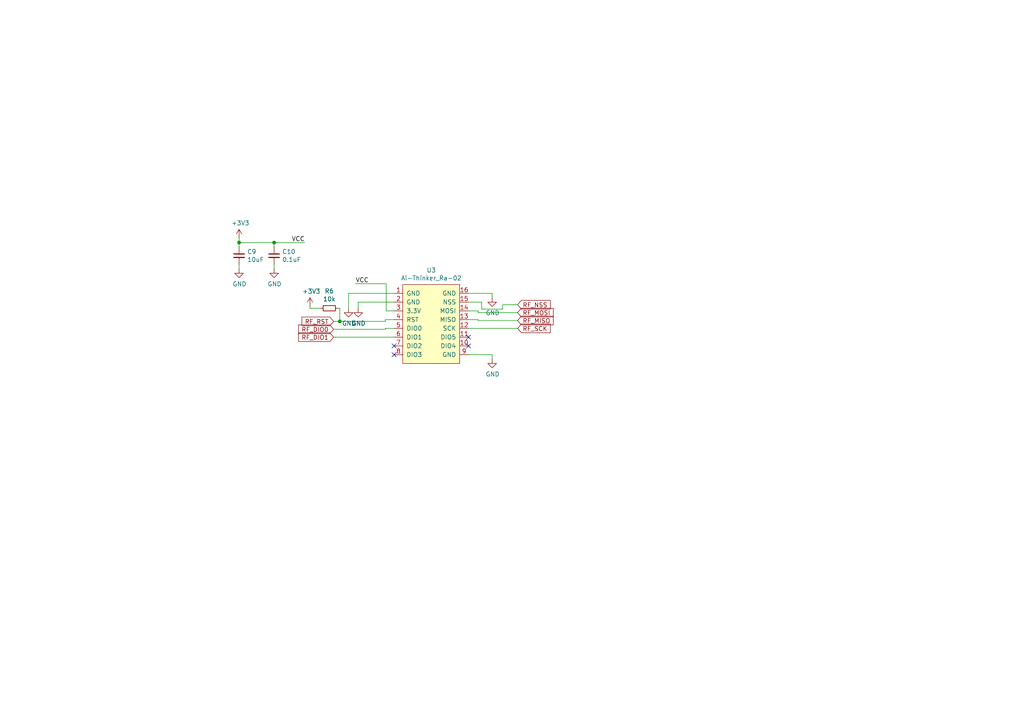
<source format=kicad_sch>
(kicad_sch (version 20211123) (generator eeschema)
  (paper "A4")
  (lib_symbols
    (symbol "Device:C_Small" (pin_numbers hide) (pin_names (offset 0.254) hide)
      (property "Reference" "C" (at 0.254 1.778 0))
      (property "Value" "C_Small" (at 0.254 -2.032 0))
      (symbol "C_Small_0_1"
        (polyline (pts (xy -1.524 -0.508) (xy 1.524 -0.508)) (stroke (width 0.3302)))
        (polyline (pts (xy -1.524 0.508) (xy 1.524 0.508)) (stroke (width 0.3048)))
      )
      (symbol "C_Small_1_1"
        (pin passive line (at 0 2.54 270) (length 2.032) (name "~") (number "1"))
        (pin passive line (at 0 -2.54 90) (length 2.032) (name "~") (number "2"))
      )
    )
    (symbol "Device:R_Small" (pin_numbers hide) (pin_names (offset 0.254) hide)
      (property "Reference" "R" (at 0.762 0.508 0))
      (property "Value" "R_Small" (at 0.762 -1.016 0))
      (symbol "R_Small_0_1"
        (rectangle (start -0.762 1.778) (end 0.762 -1.778) (stroke (width 0.2032)))
      )
      (symbol "R_Small_1_1"
        (pin passive line (at 0 2.54 270) (length 0.762) (name "~") (number "1"))
        (pin passive line (at 0 -2.54 90) (length 0.762) (name "~") (number "2"))
      )
    )
    (symbol "LOCAL:Ai-Thinker_Ra-02" (pin_names (offset 1.016))
      (property "Reference" "U" (at 0 6.35 0))
      (property "Value" "Ai-Thinker_Ra-02" (at 0 3.81 0))
      (symbol "Ai-Thinker_Ra-02_0_1"
        (rectangle (start -8.89 2.54) (end 7.62 -20.32) (stroke (width 0.1524)) (fill (type background)))
      )
      (symbol "Ai-Thinker_Ra-02_1_1"
        (pin input line (at -11.43 0 0) (length 2.54) (name "GND") (number "1"))
        (pin input line (at 10.16 -15.24 180) (length 2.54) (name "DIO4") (number "10"))
        (pin input line (at 10.16 -12.7 180) (length 2.54) (name "DIO5") (number "11"))
        (pin input line (at 10.16 -10.16 180) (length 2.54) (name "SCK") (number "12"))
        (pin input line (at 10.16 -7.62 180) (length 2.54) (name "MISO") (number "13"))
        (pin input line (at 10.16 -5.08 180) (length 2.54) (name "MOSI") (number "14"))
        (pin input line (at 10.16 -2.54 180) (length 2.54) (name "NSS") (number "15"))
        (pin input line (at 10.16 0 180) (length 2.54) (name "GND") (number "16"))
        (pin input line (at -11.43 -2.54 0) (length 2.54) (name "GND") (number "2"))
        (pin input line (at -11.43 -5.08 0) (length 2.54) (name "3.3V") (number "3"))
        (pin input line (at -11.43 -7.62 0) (length 2.54) (name "RST") (number "4"))
        (pin input line (at -11.43 -10.16 0) (length 2.54) (name "DIO0") (number "5"))
        (pin input line (at -11.43 -12.7 0) (length 2.54) (name "DIO1") (number "6"))
        (pin input line (at -11.43 -15.24 0) (length 2.54) (name "DIO2") (number "7"))
        (pin input line (at -11.43 -17.78 0) (length 2.54) (name "DIO3") (number "8"))
        (pin input line (at 10.16 -17.78 180) (length 2.54) (name "GND") (number "9"))
      )
    )
    (symbol "power:+3.3V" (power) (pin_names (offset 0))
      (property "Value" "+3.3V" (at 0 3.556 0))
      (symbol "+3.3V_0_1"
        (polyline (pts (xy -0.762 1.27) (xy 0 2.54)))
        (polyline (pts (xy 0 0) (xy 0 2.54)))
        (polyline (pts (xy 0 2.54) (xy 0.762 1.27)))
      )
      (symbol "+3.3V_1_1"
        (pin power_in line (at 0 0 90) (length 0) hide (name "+3V3") (number "1"))
      )
    )
    (symbol "power:GND" (power) (pin_names (offset 0))
      (property "Value" "GND" (at 0 -3.81 0))
      (symbol "GND_0_1"
        (polyline (pts (xy 0 0) (xy 0 -1.27) (xy 1.27 -1.27) (xy 0 -2.54) (xy -1.27 -1.27) (xy 0 -1.27)))
      )
      (symbol "GND_1_1"
        (pin power_in line (at 0 0 270) (length 0) hide (name "GND") (number "1"))
      )
    )
  )
  (junction (at 79.502 70.358))
  (junction (at 69.342 70.358))
  (junction (at 98.552 93.218))
  (no_connect (at 114.3 100.33))
  (no_connect (at 135.89 100.33))
  (no_connect (at 135.89 97.79))
  (no_connect (at 114.3 102.87))
  (wire (pts (xy 138.684 92.964) (xy 138.684 92.71)))
  (wire (pts (xy 150.114 88.392) (xy 145.796 88.392)))
  (wire (pts (xy 138.684 90.678) (xy 138.684 90.17)))
  (wire (pts (xy 145.796 89.662) (xy 139.7 89.662)))
  (wire (pts (xy 142.748 85.09) (xy 142.748 86.36)))
  (wire (pts (xy 96.774 95.504) (xy 111.76 95.504)))
  (wire (pts (xy 111.76 93.218) (xy 111.76 92.71)))
  (wire (pts (xy 69.342 70.358) (xy 79.502 70.358)))
  (wire (pts (xy 139.7 87.63) (xy 135.89 87.63)))
  (wire (pts (xy 135.89 102.87) (xy 142.748 102.87)))
  (wire (pts (xy 135.89 95.25) (xy 150.114 95.25)))
  (wire (pts (xy 89.916 89.408) (xy 92.964 89.408)))
  (wire (pts (xy 89.916 88.9) (xy 89.916 89.408)))
  (wire (pts (xy 98.552 89.408) (xy 98.552 93.218)))
  (wire (pts (xy 112.014 90.17) (xy 114.3 90.17)))
  (wire (pts (xy 135.89 85.09) (xy 142.748 85.09)))
  (wire (pts (xy 139.7 89.662) (xy 139.7 87.63)))
  (wire (pts (xy 112.014 82.296) (xy 112.014 90.17)))
  (wire (pts (xy 114.3 87.63) (xy 103.886 87.63)))
  (wire (pts (xy 69.342 70.358) (xy 69.342 71.628)))
  (wire (pts (xy 96.774 93.218) (xy 98.552 93.218)))
  (wire (pts (xy 98.552 93.218) (xy 111.76 93.218)))
  (wire (pts (xy 145.796 88.392) (xy 145.796 89.662)))
  (wire (pts (xy 79.502 77.978) (xy 79.502 76.708)))
  (wire (pts (xy 69.342 69.088) (xy 69.342 70.358)))
  (wire (pts (xy 138.684 92.71) (xy 135.89 92.71)))
  (wire (pts (xy 96.774 97.79) (xy 114.3 97.79)))
  (wire (pts (xy 138.684 90.17) (xy 135.89 90.17)))
  (wire (pts (xy 150.114 90.678) (xy 138.684 90.678)))
  (wire (pts (xy 111.76 95.504) (xy 111.76 95.25)))
  (wire (pts (xy 103.886 87.63) (xy 103.886 89.408)))
  (wire (pts (xy 69.342 77.978) (xy 69.342 76.708)))
  (wire (pts (xy 114.3 85.09) (xy 101.092 85.09)))
  (wire (pts (xy 150.114 92.964) (xy 138.684 92.964)))
  (wire (pts (xy 112.014 82.296) (xy 103.124 82.296)))
  (wire (pts (xy 111.76 95.25) (xy 114.3 95.25)))
  (wire (pts (xy 79.502 70.358) (xy 79.502 71.628)))
  (wire (pts (xy 111.76 92.71) (xy 114.3 92.71)))
  (wire (pts (xy 79.502 70.358) (xy 88.392 70.358)))
  (wire (pts (xy 101.092 85.09) (xy 101.092 89.408)))
  (wire (pts (xy 98.044 89.408) (xy 98.552 89.408)))
  (wire (pts (xy 142.748 102.87) (xy 142.748 104.14)))
  (label "VCC" (at 103.124 82.296 0))
  (label "VCC" (at 88.392 70.358 180))
  (global_label "RF_MOSI" (shape input) (at 150.114 90.678 0) (property "Intersheet References" "${INTERSHEET_REFS}" (effects hide)))
  (global_label "RF_DIO0" (shape input) (at 96.774 95.504 180) (property "Intersheet References" "${INTERSHEET_REFS}" (effects hide)))
  (global_label "RF_DIO1" (shape input) (at 96.774 97.79 180) (property "Intersheet References" "${INTERSHEET_REFS}" (effects hide)))
  (global_label "RF_NSS" (shape input) (at 150.114 88.392 0) (property "Intersheet References" "${INTERSHEET_REFS}" (effects hide)))
  (global_label "RF_SCK" (shape input) (at 150.114 95.25 0) (property "Intersheet References" "${INTERSHEET_REFS}" (effects hide)))
  (global_label "RF_MISO" (shape input) (at 150.114 92.964 0) (property "Intersheet References" "${INTERSHEET_REFS}" (effects hide)))
  (global_label "RF_RST" (shape input) (at 96.774 93.218 180) (property "Intersheet References" "${INTERSHEET_REFS}" (effects hide)))
  (symbol (lib_id "power:GND") (at 69.342 77.978 0)
    (property "Reference" "#PWR0131" (effects hide))
    (property "Value" "GND" (at 69.469 82.3722 0))
  )
  (symbol (lib_id "Device:C_Small") (at 69.342 74.168 0)
    (property "Reference" "C9" (at 71.6788 72.9996 0) (effects (justify left)))
    (property "Value" "10uF" (at 71.6788 75.311 0) (effects (justify left)))
    (property "Footprint" "Capacitor_SMD:C_0603_1608Metric" (effects hide))
  )
  (symbol (lib_id "power:GND") (at 79.502 77.978 0)
    (property "Reference" "#PWR0132" (effects hide))
    (property "Value" "GND" (at 79.629 82.3722 0))
  )
  (symbol (lib_id "Device:C_Small") (at 79.502 74.168 0)
    (property "Reference" "C10" (at 81.8388 72.9996 0) (effects (justify left)))
    (property "Value" "0.1uF" (at 81.8388 75.311 0) (effects (justify left)))
    (property "Footprint" "Capacitor_SMD:C_0603_1608Metric" (effects hide))
  )
  (symbol (lib_id "power:+3.3V") (at 69.342 69.088 0) (unit 1)
    (property "Reference" "#PWR0133" (effects hide))
    (property "Value" "+3.3V" (at 69.723 64.6938 0))
  )
  (symbol (lib_id "Device:R_Small") (at 95.504 89.408 270)
    (property "Reference" "R6" (at 95.504 84.4296 90))
    (property "Value" "10k" (at 95.504 86.741 90))
    (property "Footprint" "Resistor_SMD:R_0603_1608Metric_Pad0.98x0.95mm_HandSolder" (effects hide))
  )
  (symbol (lib_id "power:+3.3V") (at 89.916 88.9 0) (unit 1)
    (property "Reference" "#PWR0134" (effects hide))
    (property "Value" "+3.3V" (at 90.297 84.5058 0))
  )
  (symbol (lib_id "power:GND") (at 103.886 89.408 0)
    (property "Reference" "#PWR04" (effects hide))
    (property "Value" "GND" (at 104.013 93.8022 0))
  )
  (symbol (lib_id "power:GND") (at 101.092 89.408 0)
    (property "Reference" "#PWR03" (effects hide))
    (property "Value" "GND" (at 101.219 93.8022 0))
  )
  (symbol (lib_id "power:GND") (at 142.748 104.14 0)
    (property "Reference" "#PWR06" (effects hide))
    (property "Value" "GND" (at 142.875 108.5342 0))
  )
  (symbol (lib_id "power:GND") (at 142.748 86.36 0)
    (property "Reference" "#PWR05" (effects hide))
    (property "Value" "GND" (at 142.875 90.7542 0))
  )
  (symbol (lib_id "LOCAL:Ai-Thinker_Ra-02") (at 125.73 85.09 0) (unit 1)
    (property "Reference" "U3" (at 125.095 78.359 0))
    (property "Value" "Ai-Thinker_Ra-02" (at 125.095 80.6704 0))
    (property "Footprint" "LOCAL:Ai-Thinker_Ra-02" (effects hide))
  )
)
</source>
